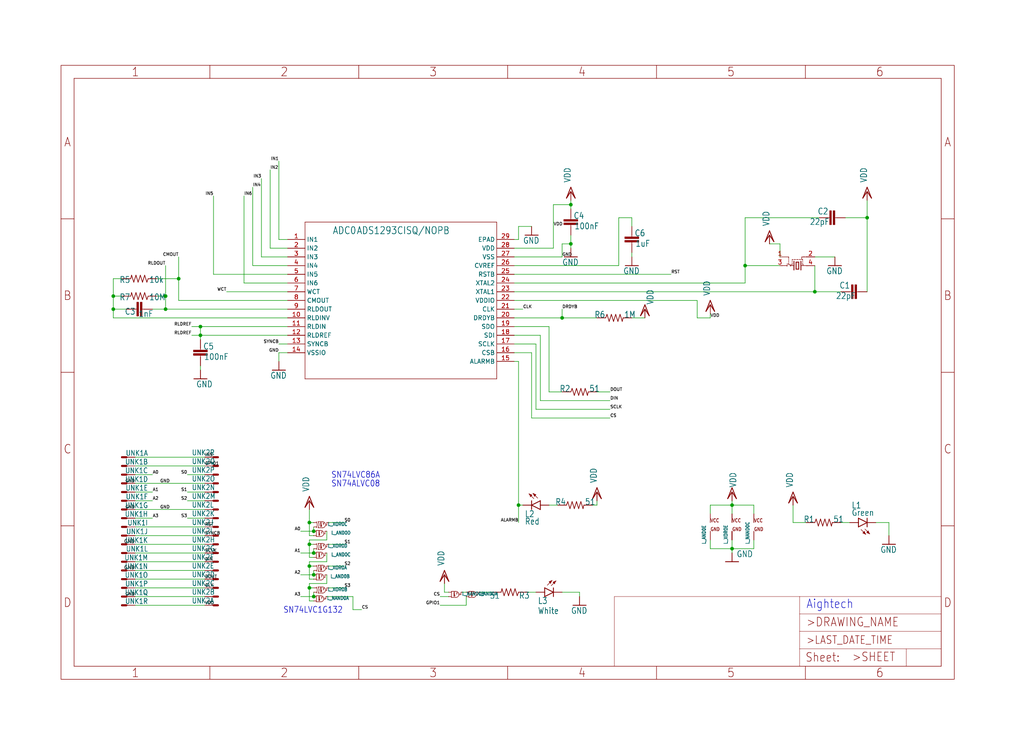
<source format=kicad_sch>
(kicad_sch (version 20211123) (generator eeschema)
  (paper "User" 298.45 217.881)
  (junction (at 33.02 86.36))
  (junction (at 91.44 161.29))
  (junction (at 90.17 152.4))
  (junction (at 33.02 90.17))
  (junction (at 58.42 97.79))
  (junction (at 91.44 154.94))
  (junction (at 48.26 90.17))
  (junction (at 163.83 92.71))
  (junction (at 90.17 158.75))
  (junction (at 48.26 86.36))
  (junction (at 90.17 171.45))
  (junction (at 58.42 95.25))
  (junction (at 90.17 165.1))
  (junction (at 213.36 160.02))
  (junction (at 52.07 81.28))
  (junction (at 213.36 147.32))
  (junction (at 252.73 63.5))
  (junction (at 151.13 147.32))
  (junction (at 91.44 173.99))
  (junction (at 237.49 85.09))
  (junction (at 217.17 77.47))
  (junction (at 166.37 59.69))
  (junction (at 91.44 167.64))
  (junction (at 166.37 71.12))
  (wire (pts (xy 58.42 97.79) (xy 55.88 97.79)))
  (wire (pts (xy 149.86 105.41) (xy 151.13 105.41)))
  (wire (pts (xy 71.12 57.15) (xy 71.12 82.55)))
  (wire (pts (xy 177.8 114.3) (xy 173.99 114.3)))
  (wire (pts (xy 151.13 69.85) (xy 151.13 66.04)))
  (wire (pts (xy 180.34 77.47) (xy 180.34 63.5)))
  (wire (pts (xy 163.83 92.71) (xy 173.99 92.71)))
  (wire (pts (xy 160.02 95.25) (xy 160.02 114.3)))
  (wire (pts (xy 91.44 160.02) (xy 91.44 161.29)))
  (wire (pts (xy 90.17 170.18) (xy 90.17 171.45)))
  (wire (pts (xy 149.86 95.25) (xy 160.02 95.25)))
  (wire (pts (xy 83.82 80.01) (xy 62.23 80.01)))
  (wire (pts (xy 59.69 161.29) (xy 39.37 161.29)))
  (wire (pts (xy 134.62 172.72) (xy 135.89 172.72)))
  (wire (pts (xy 149.86 77.47) (xy 180.34 77.47)))
  (wire (pts (xy 231.14 147.32) (xy 231.14 152.4)))
  (wire (pts (xy 135.89 176.53) (xy 128.27 176.53)))
  (wire (pts (xy 227.33 71.12) (xy 224.282 71.12)))
  (wire (pts (xy 252.73 63.5) (xy 252.73 58.42)))
  (wire (pts (xy 95.25 154.94) (xy 95.25 157.48)))
  (wire (pts (xy 149.86 102.87) (xy 154.94 102.87)))
  (wire (pts (xy 44.45 146.05) (xy 39.37 146.05)))
  (wire (pts (xy 237.49 77.47) (xy 237.49 85.09)))
  (wire (pts (xy 102.87 177.8) (xy 105.41 177.8)))
  (wire (pts (xy 129.54 172.72) (xy 130.81 172.72)))
  (wire (pts (xy 39.37 173.99) (xy 59.69 173.99)))
  (wire (pts (xy 217.17 82.55) (xy 217.17 77.47)))
  (wire (pts (xy 166.37 72.39) (xy 166.37 71.12)))
  (wire (pts (xy 135.89 173.99) (xy 135.89 176.53)))
  (wire (pts (xy 58.42 95.25) (xy 58.42 97.79)))
  (wire (pts (xy 95.25 161.29) (xy 95.25 163.83)))
  (wire (pts (xy 213.36 157.48) (xy 213.36 160.02)))
  (wire (pts (xy 219.71 147.32) (xy 219.71 149.86)))
  (wire (pts (xy 163.83 71.12) (xy 166.37 71.12)))
  (wire (pts (xy 168.91 172.72) (xy 168.91 173.99)))
  (wire (pts (xy 90.17 157.48) (xy 90.17 158.75)))
  (wire (pts (xy 83.82 90.17) (xy 48.26 90.17)))
  (wire (pts (xy 151.13 105.41) (xy 151.13 147.32)))
  (wire (pts (xy 157.48 116.84) (xy 177.8 116.84)))
  (wire (pts (xy 90.17 152.4) (xy 90.17 156.21)))
  (wire (pts (xy 59.69 168.91) (xy 39.37 168.91)))
  (wire (pts (xy 54.61 138.43) (xy 59.69 138.43)))
  (wire (pts (xy 227.33 77.47) (xy 217.17 77.47)))
  (wire (pts (xy 160.02 114.3) (xy 163.83 114.3)))
  (wire (pts (xy 95.25 163.83) (xy 90.17 163.83)))
  (wire (pts (xy 36.83 90.17) (xy 33.02 90.17)))
  (wire (pts (xy 91.44 172.72) (xy 91.44 173.99)))
  (wire (pts (xy 91.44 161.29) (xy 87.63 161.29)))
  (wire (pts (xy 83.82 85.09) (xy 66.04 85.09)))
  (wire (pts (xy 59.69 171.45) (xy 39.37 171.45)))
  (wire (pts (xy 81.28 102.87) (xy 81.28 105.41)))
  (wire (pts (xy 166.37 59.69) (xy 166.37 60.96)))
  (wire (pts (xy 44.45 90.17) (xy 48.26 90.17)))
  (wire (pts (xy 217.17 77.47) (xy 217.17 63.5)))
  (wire (pts (xy 180.34 63.5) (xy 184.15 63.5)))
  (wire (pts (xy 172.72 147.32) (xy 173.99 147.32)))
  (wire (pts (xy 35.56 81.28) (xy 33.02 81.28)))
  (wire (pts (xy 91.44 166.37) (xy 91.44 167.64)))
  (wire (pts (xy 203.2 87.63) (xy 203.2 92.71)))
  (wire (pts (xy 54.61 151.13) (xy 59.69 151.13)))
  (wire (pts (xy 149.86 69.85) (xy 151.13 69.85)))
  (wire (pts (xy 59.69 135.89) (xy 39.37 135.89)))
  (wire (pts (xy 91.44 152.4) (xy 90.17 152.4)))
  (wire (pts (xy 163.83 172.72) (xy 168.91 172.72)))
  (wire (pts (xy 83.82 69.85) (xy 81.28 69.85)))
  (wire (pts (xy 44.45 143.51) (xy 39.37 143.51)))
  (wire (pts (xy 163.83 74.93) (xy 163.83 71.12)))
  (wire (pts (xy 58.42 99.06) (xy 58.42 97.79)))
  (wire (pts (xy 71.12 82.55) (xy 83.82 82.55)))
  (wire (pts (xy 163.83 92.71) (xy 163.83 90.17)))
  (wire (pts (xy 90.17 156.21) (xy 91.44 156.21)))
  (wire (pts (xy 95.25 157.48) (xy 90.17 157.48)))
  (wire (pts (xy 153.67 172.72) (xy 156.21 172.72)))
  (wire (pts (xy 95.758 158.75) (xy 100.33 158.75)))
  (wire (pts (xy 83.82 95.25) (xy 58.42 95.25)))
  (wire (pts (xy 203.2 92.71) (xy 207.01 92.71)))
  (wire (pts (xy 39.37 148.59) (xy 59.69 148.59)))
  (wire (pts (xy 213.36 147.32) (xy 219.71 147.32)))
  (wire (pts (xy 166.37 58.42) (xy 166.37 59.69)))
  (wire (pts (xy 95.758 171.45) (xy 100.33 171.45)))
  (wire (pts (xy 246.38 63.5) (xy 252.73 63.5)))
  (wire (pts (xy 207.01 160.02) (xy 213.36 160.02)))
  (wire (pts (xy 73.66 77.47) (xy 73.66 54.61)))
  (wire (pts (xy 184.15 92.71) (xy 187.96 92.71)))
  (wire (pts (xy 184.15 74.93) (xy 184.15 73.66)))
  (wire (pts (xy 83.82 97.79) (xy 58.42 97.79)))
  (wire (pts (xy 35.56 86.36) (xy 33.02 86.36)))
  (wire (pts (xy 54.61 146.05) (xy 59.69 146.05)))
  (wire (pts (xy 207.01 149.86) (xy 207.01 147.32)))
  (wire (pts (xy 149.86 74.93) (xy 163.83 74.93)))
  (wire (pts (xy 45.72 86.36) (xy 48.26 86.36)))
  (wire (pts (xy 90.17 158.75) (xy 91.44 158.75)))
  (wire (pts (xy 54.61 143.51) (xy 59.69 143.51)))
  (wire (pts (xy 78.74 49.53) (xy 78.74 72.39)))
  (wire (pts (xy 227.33 74.93) (xy 227.33 71.12)))
  (wire (pts (xy 95.758 165.1) (xy 100.33 165.1)))
  (wire (pts (xy 39.37 133.35) (xy 59.69 133.35)))
  (wire (pts (xy 149.86 97.79) (xy 157.48 97.79)))
  (wire (pts (xy 149.86 80.01) (xy 195.58 80.01)))
  (wire (pts (xy 237.49 85.09) (xy 245.11 85.09)))
  (wire (pts (xy 83.82 100.33) (xy 81.28 100.33)))
  (wire (pts (xy 58.42 95.25) (xy 55.88 95.25)))
  (wire (pts (xy 207.01 157.48) (xy 207.01 160.02)))
  (wire (pts (xy 44.45 151.13) (xy 39.37 151.13)))
  (wire (pts (xy 83.82 87.63) (xy 52.07 87.63)))
  (wire (pts (xy 45.72 81.28) (xy 52.07 81.28)))
  (wire (pts (xy 149.86 87.63) (xy 203.2 87.63)))
  (wire (pts (xy 130.81 173.99) (xy 128.27 173.99)))
  (wire (pts (xy 154.94 121.92) (xy 177.8 121.92)))
  (wire (pts (xy 151.13 147.32) (xy 151.13 152.4)))
  (wire (pts (xy 91.44 167.64) (xy 87.63 167.64)))
  (wire (pts (xy 76.2 74.93) (xy 76.2 52.07)))
  (wire (pts (xy 243.332 74.93) (xy 237.49 74.93)))
  (wire (pts (xy 213.36 146.05) (xy 213.36 147.32)))
  (wire (pts (xy 213.36 161.29) (xy 213.36 160.02)))
  (wire (pts (xy 91.44 173.99) (xy 87.63 173.99)))
  (wire (pts (xy 217.17 63.5) (xy 238.76 63.5)))
  (wire (pts (xy 213.36 160.02) (xy 219.71 160.02)))
  (wire (pts (xy 161.29 59.69) (xy 166.37 59.69)))
  (wire (pts (xy 90.17 175.26) (xy 90.17 171.45)))
  (wire (pts (xy 160.02 147.32) (xy 162.56 147.32)))
  (wire (pts (xy 156.21 100.33) (xy 156.21 119.38)))
  (wire (pts (xy 149.86 90.17) (xy 152.4 90.17)))
  (wire (pts (xy 90.17 162.56) (xy 91.44 162.56)))
  (wire (pts (xy 95.25 173.99) (xy 102.87 173.99)))
  (wire (pts (xy 149.86 85.09) (xy 237.49 85.09)))
  (wire (pts (xy 245.11 152.4) (xy 247.65 152.4)))
  (wire (pts (xy 234.95 152.4) (xy 231.14 152.4)))
  (wire (pts (xy 39.37 153.67) (xy 59.69 153.67)))
  (wire (pts (xy 156.21 119.38) (xy 177.8 119.38)))
  (wire (pts (xy 90.17 162.56) (xy 90.17 158.75)))
  (wire (pts (xy 90.17 152.4) (xy 90.17 148.59)))
  (wire (pts (xy 39.37 140.97) (xy 59.69 140.97)))
  (wire (pts (xy 166.37 71.12) (xy 166.37 68.58)))
  (wire (pts (xy 81.28 69.85) (xy 81.28 46.99)))
  (wire (pts (xy 83.82 77.47) (xy 73.66 77.47)))
  (wire (pts (xy 95.25 170.18) (xy 90.17 170.18)))
  (wire (pts (xy 62.23 80.01) (xy 62.23 57.15)))
  (wire (pts (xy 90.17 163.83) (xy 90.17 165.1)))
  (wire (pts (xy 83.82 74.93) (xy 76.2 74.93)))
  (wire (pts (xy 44.45 138.43) (xy 39.37 138.43)))
  (wire (pts (xy 149.86 72.39) (xy 161.29 72.39)))
  (wire (pts (xy 48.26 86.36) (xy 48.26 77.47)))
  (wire (pts (xy 129.54 170.18) (xy 129.54 172.72)))
  (wire (pts (xy 39.37 158.75) (xy 59.69 158.75)))
  (wire (pts (xy 59.69 176.53) (xy 39.37 176.53)))
  (wire (pts (xy 90.17 171.45) (xy 91.44 171.45)))
  (wire (pts (xy 154.94 102.87) (xy 154.94 121.92)))
  (wire (pts (xy 102.87 173.99) (xy 102.87 177.8)))
  (wire (pts (xy 59.69 163.83) (xy 39.37 163.83)))
  (wire (pts (xy 139.7 172.72) (xy 143.51 172.72)))
  (wire (pts (xy 90.17 168.91) (xy 90.17 165.1)))
  (wire (pts (xy 95.25 167.64) (xy 95.25 170.18)))
  (wire (pts (xy 157.48 97.79) (xy 157.48 116.84)))
  (wire (pts (xy 91.44 153.67) (xy 91.44 154.94)))
  (wire (pts (xy 184.15 63.5) (xy 184.15 66.04)))
  (wire (pts (xy 90.17 168.91) (xy 91.44 168.91)))
  (wire (pts (xy 33.02 90.17) (xy 33.02 92.71)))
  (wire (pts (xy 207.01 92.71) (xy 207.01 91.44)))
  (wire (pts (xy 161.29 72.39) (xy 161.29 59.69)))
  (wire (pts (xy 149.86 82.55) (xy 217.17 82.55)))
  (wire (pts (xy 219.71 160.02) (xy 219.71 157.48)))
  (wire (pts (xy 83.82 92.71) (xy 33.02 92.71)))
  (wire (pts (xy 207.01 147.32) (xy 213.36 147.32)))
  (wire (pts (xy 48.26 90.17) (xy 48.26 86.36)))
  (wire (pts (xy 33.02 86.36) (xy 33.02 90.17)))
  (wire (pts (xy 255.27 152.4) (xy 259.08 152.4)))
  (wire (pts (xy 149.86 92.71) (xy 163.83 92.71)))
  (wire (pts (xy 39.37 166.37) (xy 59.69 166.37)))
  (wire (pts (xy 39.37 156.21) (xy 59.69 156.21)))
  (wire (pts (xy 252.73 63.5) (xy 252.73 85.09)))
  (wire (pts (xy 91.44 175.26) (xy 90.17 175.26)))
  (wire (pts (xy 259.08 152.4) (xy 259.08 156.21)))
  (wire (pts (xy 152.4 147.32) (xy 151.13 147.32)))
  (wire (pts (xy 95.758 152.4) (xy 100.33 152.4)))
  (wire (pts (xy 33.02 81.28) (xy 33.02 86.36)))
  (wire (pts (xy 78.74 72.39) (xy 83.82 72.39)))
  (wire (pts (xy 58.42 107.95) (xy 58.42 106.68)))
  (wire (pts (xy 151.13 66.04) (xy 154.94 66.04)))
  (wire (pts (xy 149.86 100.33) (xy 156.21 100.33)))
  (wire (pts (xy 213.36 149.86) (xy 213.36 147.32)))
  (wire (pts (xy 52.07 81.28) (xy 52.07 74.93)))
  (wire (pts (xy 91.44 154.94) (xy 87.63 154.94)))
  (wire (pts (xy 52.07 87.63) (xy 52.07 81.28)))
  (wire (pts (xy 83.82 102.87) (xy 81.28 102.87)))
  (wire (pts (xy 173.99 147.32) (xy 173.99 146.05)))
  (wire (pts (xy 90.17 165.1) (xy 91.44 165.1)))
  (text "SN74ALVC08" (at 96.52 142.24 180) (effects (font (size 1.778 1.5113)) (justify left bottom)))
  (text "Aightech" (at 234.95 177.8 180) (effects (font (size 2.54 2.159)) (justify left bottom)))
  (text "SN74LVC86A" (at 96.52 139.7 180) (effects (font (size 1.778 1.5113)) (justify left bottom)))
  (text "SN74LVC1G132" (at 82.55 179.07 180) (effects (font (size 1.778 1.5113)) (justify left bottom)))
  (label "A1" (at 44.45 143.51 0) (effects (font (size 0.889 0.889))))
  (label "GND" (at 163.83 74.93 0) (effects (font (size 0.889 0.889))))
  (label "GND" (at 39.37 166.37 180) (effects (font (size 1.016 1.016))))
  (label "CMOUT" (at 52.07 74.93 180) (effects (font (size 0.889 0.889))))
  (label "WCT" (at 66.04 85.09 180) (effects (font (size 0.889 0.889))))
  (label "IN4" (at 73.66 54.61 0) (effects (font (size 0.889 0.889))))
  (label "GND" (at 81.28 102.87 180) (effects (font (size 0.889 0.889))))
  (label "IN1" (at 81.28 46.99 180) (effects (font (size 0.889 0.889))))
  (label "CS" (at 128.27 173.99 180) (effects (font (size 0.889 0.889))))
  (label "DIN" (at 177.8 116.84 0) (effects (font (size 0.889 0.889))))
  (label "RLDOUT" (at 48.26 77.47 180) (effects (font (size 0.889 0.889))))
  (label "A2" (at 87.63 167.64 180) (effects (font (size 0.889 0.889))))
  (label "VDD" (at 161.29 66.04 0) (effects (font (size 0.889 0.889))))
  (label "A1" (at 87.63 161.29 180) (effects (font (size 0.889 0.889))))
  (label "CS" (at 177.8 121.92 0) (effects (font (size 0.889 0.889))))
  (label "S2" (at 54.61 146.05 180) (effects (font (size 0.889 0.889))))
  (label "S3" (at 54.61 151.13 180) (effects (font (size 0.889 0.889))))
  (label "RST" (at 59.69 153.67 0) (effects (font (size 0.889 0.889))))
  (label "RLDREF" (at 55.88 97.79 180) (effects (font (size 0.889 0.889))))
  (label "GND" (at 39.37 173.99 180) (effects (font (size 0.889 0.889))))
  (label "A3" (at 87.63 173.99 180) (effects (font (size 0.889 0.889))))
  (label "GND" (at 39.37 158.75 180) (effects (font (size 1.016 1.016))))
  (label "SYNCB" (at 81.28 100.33 180) (effects (font (size 0.889 0.889))))
  (label "IN5" (at 62.23 57.15 180) (effects (font (size 0.889 0.889))))
  (label "CS" (at 105.41 177.8 0) (effects (font (size 0.889 0.889))))
  (label "A2" (at 44.45 146.05 0) (effects (font (size 0.889 0.889))))
  (label "S2" (at 100.33 165.1 0) (effects (font (size 0.889 0.889))))
  (label "DOUT" (at 59.69 168.91 0) (effects (font (size 0.889 0.889))))
  (label "A3" (at 44.45 151.13 0) (effects (font (size 0.889 0.889))))
  (label "S3" (at 100.33 171.45 0) (effects (font (size 0.889 0.889))))
  (label "S0" (at 54.61 138.43 180) (effects (font (size 0.889 0.889))))
  (label "DRDYB" (at 163.83 90.17 0) (effects (font (size 0.889 0.889))))
  (label "DOUT" (at 177.8 114.3 0) (effects (font (size 0.889 0.889))))
  (label "VDD" (at 207.01 92.71 0) (effects (font (size 0.889 0.889))))
  (label "RLDREF" (at 55.88 95.25 180) (effects (font (size 0.889 0.889))))
  (label "IN3" (at 76.2 52.07 180) (effects (font (size 0.889 0.889))))
  (label "GND" (at 49.53 148.59 180) (effects (font (size 0.889 0.889))))
  (label "A0" (at 87.63 154.94 180) (effects (font (size 0.889 0.889))))
  (label "S1" (at 100.33 158.75 0) (effects (font (size 0.889 0.889))))
  (label "GND" (at 39.37 140.97 180) (effects (font (size 0.889 0.889))))
  (label "IN5" (at 59.69 133.35 0) (effects (font (size 0.889 0.889))))
  (label "CLK" (at 59.69 171.45 0) (effects (font (size 0.889 0.889))))
  (label "IN6" (at 71.12 57.15 0) (effects (font (size 0.889 0.889))))
  (label "S0" (at 100.33 152.4 0) (effects (font (size 0.889 0.889))))
  (label "SYNCB" (at 59.69 156.21 0) (effects (font (size 0.889 0.889))))
  (label "GPIO1" (at 128.27 176.53 180) (effects (font (size 0.889 0.889))))
  (label "SCLK" (at 177.8 119.38 0) (effects (font (size 0.889 0.889))))
  (label "GND" (at 39.37 148.59 180) (effects (font (size 0.889 0.889))))
  (label "GND" (at 49.53 140.97 180) (effects (font (size 0.889 0.889))))
  (label "DIN" (at 59.69 163.83 0) (effects (font (size 0.889 0.889))))
  (label "SCLK" (at 59.69 161.29 0) (effects (font (size 0.889 0.889))))
  (label "IN2" (at 78.74 49.53 0) (effects (font (size 0.889 0.889))))
  (label "CLK" (at 152.4 90.17 0) (effects (font (size 0.889 0.889))))
  (label "RST" (at 195.58 80.01 0) (effects (font (size 0.889 0.889))))
  (label "GPIO1" (at 59.69 135.89 0) (effects (font (size 0.889 0.889))))
  (label "ALARMB" (at 151.13 152.4 180) (effects (font (size 0.889 0.889))))
  (label "VDD" (at 59.69 176.53 0) (effects (font (size 0.889 0.889))))
  (label "S1" (at 54.61 143.51 180) (effects (font (size 0.889 0.889))))
  (label "A0" (at 44.45 138.43 0) (effects (font (size 0.889 0.889))))
  (symbol (lib_id "clvHd_EMG-eagle-import:A4L-LOC") (at 17.78 198.12 0) (unit 1)
    (property "Reference" "#FRAME1" (effects hide))
    (property "Value" "A4L-LOC" (effects hide))
    (property "Footprint" "clvHd_EMG:" (effects hide))
  )
  (symbol (lib_id "clvHd_EMG-eagle-import:LEDCHIP-LED0603") (at 250.19 152.4 90) (unit 1)
    (property "Reference" "L1" (at 248.158 148.336 90) (effects (font (size 1.778 1.5113)) (justify right top)))
    (property "Value" "Green" (at 248.158 150.495 90) (effects (font (size 1.778 1.5113)) (justify right top)))
    (property "Footprint" "clvHd_EMG:CHIP-LED0603" (effects hide))
  )
  (symbol (lib_id "clvHd_EMG-eagle-import:GND") (at 58.42 110.49 0) (unit 1)
    (property "Reference" "#GND10" (effects hide))
    (property "Value" "GND" (at 57.15 113.03 0) (effects (font (size 1.778 1.5113)) (justify left bottom)))
    (property "Footprint" "clvHd_EMG:" (effects hide))
  )
  (symbol (lib_id "clvHd_EMG-eagle-import:X05C2018TZ") (at 62.23 156.21 0) (unit 9)
    (property "Reference" "UNK2" (at 55.88 155.702 0) (effects (font (size 1.524 1.2954)) (justify left bottom)))
    (property "Value" "X05C2018TZ" (effects hide))
    (property "Footprint" "clvHd_EMG:X05C2018TZ" (effects hide))
  )
  (symbol (lib_id "clvHd_EMG-eagle-import:C387328") (at 232.41 77.47 180) (unit 1)
    (property "Reference" "TAL0" (effects hide))
    (property "Value" "C387328 " (effects hide))
    (property "Footprint" "clvHd_EMG:SMD-3225_4P" (effects hide))
  )
  (symbol (lib_id "clvHd_EMG-eagle-import:SN74LVC86ARGY-LARGE") (at 213.36 154.94 0) (unit 5)
    (property "Reference" "L_XOR0" (at 212.09 158.75 90) (effects (font (size 1.016 0.8636)) (justify left bottom)))
    (property "Value" "SN74LVC86" (effects hide))
    (property "Footprint" "clvHd_EMG:VQFN-14-CUSTOM" (effects hide))
  )
  (symbol (lib_id "clvHd_EMG-eagle-import:X05C2018TZ") (at 36.83 133.35 180) (unit 1)
    (property "Reference" "UNK1" (at 43.18 131.318 0) (effects (font (size 1.524 1.2954)) (justify left bottom)))
    (property "Value" "X05C2018TZ" (effects hide))
    (property "Footprint" "clvHd_EMG:X05C2018TZ" (effects hide))
  )
  (symbol (lib_id "clvHd_EMG-eagle-import:SN74LVC86ARGY-LARGE") (at 92.71 166.37 0) (unit 1)
    (property "Reference" "L_XOR0" (at 95.504 166.116 0) (effects (font (size 1.016 0.8636)) (justify left bottom)))
    (property "Value" "SN74LVC86" (effects hide))
    (property "Footprint" "clvHd_EMG:VQFN-14-CUSTOM" (effects hide))
  )
  (symbol (lib_id "clvHd_EMG-eagle-import:R-US_R0402") (at 179.07 92.71 0) (unit 1)
    (property "Reference" "R6" (at 173.228 92.7354 0) (effects (font (size 1.778 1.5113)) (justify left bottom)))
    (property "Value" "1M" (at 181.864 92.71 0) (effects (font (size 1.778 1.5113)) (justify left bottom)))
    (property "Footprint" "clvHd_EMG:R0402" (effects hide))
  )
  (symbol (lib_id "clvHd_EMG-eagle-import:C-EUC0402") (at 58.42 101.6 0) (unit 1)
    (property "Reference" "C5" (at 59.182 101.981 0) (effects (font (size 1.778 1.5113)) (justify left bottom)))
    (property "Value" "100nF" (at 59.436 105.029 0) (effects (font (size 1.778 1.5113)) (justify left bottom)))
    (property "Footprint" "clvHd_EMG:C0402" (effects hide))
  )
  (symbol (lib_id "clvHd_EMG-eagle-import:C-EUC0402") (at 184.15 68.58 0) (unit 1)
    (property "Reference" "C6" (at 184.912 68.961 0) (effects (font (size 1.778 1.5113)) (justify left bottom)))
    (property "Value" "1uF" (at 185.166 72.009 0) (effects (font (size 1.778 1.5113)) (justify left bottom)))
    (property "Footprint" "clvHd_EMG:C0402" (effects hide))
  )
  (symbol (lib_id "clvHd_EMG-eagle-import:X05C2018TZ") (at 62.23 176.53 0) (unit 1)
    (property "Reference" "UNK2" (at 55.88 176.022 0) (effects (font (size 1.524 1.2954)) (justify left bottom)))
    (property "Value" "X05C2018TZ" (effects hide))
    (property "Footprint" "clvHd_EMG:X05C2018TZ" (effects hide))
  )
  (symbol (lib_id "clvHd_EMG-eagle-import:ADS1293CISQ{slash}NOPB") (at 81.28 69.85 0) (unit 1)
    (property "Reference" "ADC0" (at 96.8756 68.3514 0) (effects (font (size 2.0828 1.7703)) (justify left bottom)))
    (property "Value" "ADS1293CISQ{slash}NOPB" (at 103.8606 68.3514 0) (effects (font (size 2.0828 1.7703)) (justify left bottom)))
    (property "Footprint" "clvHd_EMG:RSG28_3P6X3P6_TEX" (effects hide))
  )
  (symbol (lib_id "clvHd_EMG-eagle-import:X05C2018TZ") (at 62.23 161.29 0) (unit 7)
    (property "Reference" "UNK2" (at 55.88 160.782 0) (effects (font (size 1.524 1.2954)) (justify left bottom)))
    (property "Value" "X05C2018TZ" (effects hide))
    (property "Footprint" "clvHd_EMG:X05C2018TZ" (effects hide))
  )
  (symbol (lib_id "clvHd_EMG-eagle-import:X05C2018TZ") (at 36.83 151.13 180) (unit 8)
    (property "Reference" "UNK1" (at 43.18 149.098 0) (effects (font (size 1.524 1.2954)) (justify left bottom)))
    (property "Value" "X05C2018TZ" (effects hide))
    (property "Footprint" "clvHd_EMG:X05C2018TZ" (effects hide))
  )
  (symbol (lib_id "clvHd_EMG-eagle-import:X05C2018TZ") (at 62.23 140.97 0) (unit 15)
    (property "Reference" "UNK2" (at 55.88 140.462 0) (effects (font (size 1.524 1.2954)) (justify left bottom)))
    (property "Value" "X05C2018TZ" (effects hide))
    (property "Footprint" "clvHd_EMG:X05C2018TZ" (effects hide))
  )
  (symbol (lib_id "clvHd_EMG-eagle-import:X05C2018TZ") (at 36.83 176.53 180) (unit 18)
    (property "Reference" "UNK1" (at 43.18 174.498 0) (effects (font (size 1.524 1.2954)) (justify left bottom)))
    (property "Value" "X05C2018TZ" (effects hide))
    (property "Footprint" "clvHd_EMG:X05C2018TZ" (effects hide))
  )
  (symbol (lib_id "clvHd_EMG-eagle-import:X05C2018TZ") (at 62.23 171.45 0) (unit 3)
    (property "Reference" "UNK2" (at 55.88 170.942 0) (effects (font (size 1.524 1.2954)) (justify left bottom)))
    (property "Value" "X05C2018TZ" (effects hide))
    (property "Footprint" "clvHd_EMG:X05C2018TZ" (effects hide))
  )
  (symbol (lib_id "clvHd_EMG-eagle-import:SN74LVC86ARGY-LARGE") (at 92.71 160.02 0) (unit 4)
    (property "Reference" "L_XOR0" (at 95.504 159.766 0) (effects (font (size 1.016 0.8636)) (justify left bottom)))
    (property "Value" "SN74LVC86" (effects hide))
    (property "Footprint" "clvHd_EMG:VQFN-14-CUSTOM" (effects hide))
  )
  (symbol (lib_id "clvHd_EMG-eagle-import:VDD") (at 129.54 167.64 0) (unit 1)
    (property "Reference" "#VDD10" (effects hide))
    (property "Value" "VDD" (at 129.54 165.1 90) (effects (font (size 1.778 1.5113)) (justify left bottom)))
    (property "Footprint" "clvHd_EMG:" (effects hide))
  )
  (symbol (lib_id "clvHd_EMG-eagle-import:X05C2018TZ") (at 62.23 166.37 0) (unit 5)
    (property "Reference" "UNK2" (at 55.88 165.862 0) (effects (font (size 1.524 1.2954)) (justify left bottom)))
    (property "Value" "X05C2018TZ" (effects hide))
    (property "Footprint" "clvHd_EMG:X05C2018TZ" (effects hide))
  )
  (symbol (lib_id "clvHd_EMG-eagle-import:X05C2018TZ") (at 36.83 171.45 180) (unit 16)
    (property "Reference" "UNK1" (at 43.18 169.418 0) (effects (font (size 1.524 1.2954)) (justify left bottom)))
    (property "Value" "X05C2018TZ" (effects hide))
    (property "Footprint" "clvHd_EMG:X05C2018TZ" (effects hide))
  )
  (symbol (lib_id "clvHd_EMG-eagle-import:VDD") (at 252.73 55.88 0) (unit 1)
    (property "Reference" "#VDD2" (effects hide))
    (property "Value" "VDD" (at 252.73 53.34 90) (effects (font (size 1.778 1.5113)) (justify left bottom)))
    (property "Footprint" "clvHd_EMG:" (effects hide))
  )
  (symbol (lib_id "clvHd_EMG-eagle-import:SN74ALVC08RGY-LARGE") (at 207.01 154.94 0) (unit 5)
    (property "Reference" "L_AND0" (at 205.74 158.75 90) (effects (font (size 1.016 0.8636)) (justify left bottom)))
    (property "Value" "SN74ALVC08" (effects hide))
    (property "Footprint" "clvHd_EMG:VQFN-14-CUSTOM" (effects hide))
  )
  (symbol (lib_id "clvHd_EMG-eagle-import:R-US_R0402") (at 167.64 147.32 0) (unit 1)
    (property "Reference" "R4" (at 161.798 147.3454 0) (effects (font (size 1.778 1.5113)) (justify left bottom)))
    (property "Value" "51" (at 170.434 147.32 0) (effects (font (size 1.778 1.5113)) (justify left bottom)))
    (property "Footprint" "clvHd_EMG:R0402" (effects hide))
  )
  (symbol (lib_id "clvHd_EMG-eagle-import:VDD") (at 224.282 68.58 0) (unit 1)
    (property "Reference" "#VDD1" (effects hide))
    (property "Value" "VDD" (at 224.282 66.04 90) (effects (font (size 1.778 1.5113)) (justify left bottom)))
    (property "Footprint" "clvHd_EMG:" (effects hide))
  )
  (symbol (lib_id "clvHd_EMG-eagle-import:GND") (at 81.28 107.95 0) (unit 1)
    (property "Reference" "#GND1" (effects hide))
    (property "Value" "GND" (at 78.74 110.49 0) (effects (font (size 1.778 1.5113)) (justify left bottom)))
    (property "Footprint" "clvHd_EMG:" (effects hide))
  )
  (symbol (lib_id "clvHd_EMG-eagle-import:R-US_R0402") (at 148.59 172.72 180) (unit 1)
    (property "Reference" "R3" (at 154.432 172.6946 0) (effects (font (size 1.778 1.5113)) (justify left bottom)))
    (property "Value" "51" (at 145.796 172.72 0) (effects (font (size 1.778 1.5113)) (justify left bottom)))
    (property "Footprint" "clvHd_EMG:R0402" (effects hide))
  )
  (symbol (lib_id "clvHd_EMG-eagle-import:X05C2018TZ") (at 36.83 143.51 180) (unit 5)
    (property "Reference" "UNK1" (at 43.18 141.478 0) (effects (font (size 1.524 1.2954)) (justify left bottom)))
    (property "Value" "X05C2018TZ" (effects hide))
    (property "Footprint" "clvHd_EMG:X05C2018TZ" (effects hide))
  )
  (symbol (lib_id "clvHd_EMG-eagle-import:VDD") (at 90.17 146.05 0) (unit 1)
    (property "Reference" "#VDD8" (effects hide))
    (property "Value" "VDD" (at 90.17 143.51 90) (effects (font (size 1.778 1.5113)) (justify left bottom)))
    (property "Footprint" "clvHd_EMG:" (effects hide))
  )
  (symbol (lib_id "clvHd_EMG-eagle-import:SN74LVC86ARGY-LARGE") (at 92.71 172.72 0) (unit 2)
    (property "Reference" "L_XOR0" (at 95.504 172.466 0) (effects (font (size 1.016 0.8636)) (justify left bottom)))
    (property "Value" "SN74LVC86" (effects hide))
    (property "Footprint" "clvHd_EMG:VQFN-14-CUSTOM" (effects hide))
  )
  (symbol (lib_id "clvHd_EMG-eagle-import:GND") (at 213.36 163.83 0) (unit 1)
    (property "Reference" "#GND2" (effects hide))
    (property "Value" "GND" (at 214.63 162.56 0) (effects (font (size 1.778 1.5113)) (justify left bottom)))
    (property "Footprint" "clvHd_EMG:" (effects hide))
  )
  (symbol (lib_id "clvHd_EMG-eagle-import:X05C2018TZ") (at 36.83 161.29 180) (unit 12)
    (property "Reference" "UNK1" (at 43.18 159.258 0) (effects (font (size 1.524 1.2954)) (justify left bottom)))
    (property "Value" "X05C2018TZ" (effects hide))
    (property "Footprint" "clvHd_EMG:X05C2018TZ" (effects hide))
  )
  (symbol (lib_id "clvHd_EMG-eagle-import:X05C2018TZ") (at 62.23 135.89 0) (unit 17)
    (property "Reference" "UNK2" (at 55.88 135.382 0) (effects (font (size 1.524 1.2954)) (justify left bottom)))
    (property "Value" "X05C2018TZ" (effects hide))
    (property "Footprint" "clvHd_EMG:X05C2018TZ" (effects hide))
  )
  (symbol (lib_id "clvHd_EMG-eagle-import:X05C2018TZ") (at 62.23 153.67 0) (unit 10)
    (property "Reference" "UNK2" (at 55.88 153.162 0) (effects (font (size 1.524 1.2954)) (justify left bottom)))
    (property "Value" "X05C2018TZ" (effects hide))
    (property "Footprint" "clvHd_EMG:X05C2018TZ" (effects hide))
  )
  (symbol (lib_id "clvHd_EMG-eagle-import:SN74LVC86ARGY-LARGE") (at 92.71 153.67 0) (unit 3)
    (property "Reference" "L_XOR0" (at 95.504 153.416 0) (effects (font (size 1.016 0.8636)) (justify left bottom)))
    (property "Value" "SN74LVC86" (effects hide))
    (property "Footprint" "clvHd_EMG:VQFN-14-CUSTOM" (effects hide))
  )
  (symbol (lib_id "clvHd_EMG-eagle-import:X05C2018TZ") (at 36.83 146.05 180) (unit 6)
    (property "Reference" "UNK1" (at 43.18 144.018 0) (effects (font (size 1.524 1.2954)) (justify left bottom)))
    (property "Value" "X05C2018TZ" (effects hide))
    (property "Footprint" "clvHd_EMG:X05C2018TZ" (effects hide))
  )
  (symbol (lib_id "clvHd_EMG-eagle-import:SN74AUP2G00DCU") (at 91.44 175.26 0) (unit 1)
    (property "Reference" "L_NAND0" (at 95.25 175.006 0) (effects (font (size 1.016 0.8636)) (justify left bottom)))
    (property "Value" "SN74AUP2G00" (effects hide))
    (property "Footprint" "clvHd_EMG:VSSOP" (effects hide))
  )
  (symbol (lib_id "clvHd_EMG-eagle-import:GND") (at 243.332 77.47 0) (unit 1)
    (property "Reference" "#GND4" (effects hide))
    (property "Value" "GND" (at 240.792 80.01 0) (effects (font (size 1.778 1.5113)) (justify left bottom)))
    (property "Footprint" "clvHd_EMG:" (effects hide))
  )
  (symbol (lib_id "clvHd_EMG-eagle-import:GND") (at 259.08 158.75 0) (unit 1)
    (property "Reference" "#GND7" (effects hide))
    (property "Value" "GND" (at 256.54 161.29 0) (effects (font (size 1.778 1.5113)) (justify left bottom)))
    (property "Footprint" "clvHd_EMG:" (effects hide))
  )
  (symbol (lib_id "clvHd_EMG-eagle-import:X05C2018TZ") (at 36.83 156.21 180) (unit 10)
    (property "Reference" "UNK1" (at 43.18 154.178 0) (effects (font (size 1.524 1.2954)) (justify left bottom)))
    (property "Value" "X05C2018TZ" (effects hide))
    (property "Footprint" "clvHd_EMG:X05C2018TZ" (effects hide))
  )
  (symbol (lib_id "clvHd_EMG-eagle-import:SN74ALVC08RGY-LARGE") (at 92.71 162.56 0) (unit 3)
    (property "Reference" "L_AND0" (at 96.52 162.306 0) (effects (font (size 1.016 0.8636)) (justify left bottom)))
    (property "Value" "SN74ALVC08" (effects hide))
    (property "Footprint" "clvHd_EMG:VQFN-14-CUSTOM" (effects hide))
  )
  (symbol (lib_id "clvHd_EMG-eagle-import:X05C2018TZ") (at 62.23 148.59 0) (unit 12)
    (property "Reference" "UNK2" (at 55.88 148.082 0) (effects (font (size 1.524 1.2954)) (justify left bottom)))
    (property "Value" "X05C2018TZ" (effects hide))
    (property "Footprint" "clvHd_EMG:X05C2018TZ" (effects hide))
  )
  (symbol (lib_id "clvHd_EMG-eagle-import:VDD") (at 187.96 90.17 0) (unit 1)
    (property "Reference" "#VDD6" (effects hide))
    (property "Value" "VDD" (at 190.5 88.9 90) (effects (font (size 1.778 1.5113)) (justify left bottom)))
    (property "Footprint" "clvHd_EMG:" (effects hide))
  )
  (symbol (lib_id "clvHd_EMG-eagle-import:X05C2018TZ") (at 36.83 148.59 180) (unit 7)
    (property "Reference" "UNK1" (at 43.18 146.558 0) (effects (font (size 1.524 1.2954)) (justify left bottom)))
    (property "Value" "X05C2018TZ" (effects hide))
    (property "Footprint" "clvHd_EMG:X05C2018TZ" (effects hide))
  )
  (symbol (lib_id "clvHd_EMG-eagle-import:X05C2018TZ") (at 36.83 163.83 180) (unit 13)
    (property "Reference" "UNK1" (at 43.18 161.798 0) (effects (font (size 1.524 1.2954)) (justify left bottom)))
    (property "Value" "X05C2018TZ" (effects hide))
    (property "Footprint" "clvHd_EMG:X05C2018TZ" (effects hide))
  )
  (symbol (lib_id "clvHd_EMG-eagle-import:LEDCHIP-LED0603") (at 157.48 147.32 270) (unit 1)
    (property "Reference" "L2" (at 152.908 150.876 90) (effects (font (size 1.778 1.5113)) (justify left bottom)))
    (property "Value" "Red" (at 152.908 153.035 90) (effects (font (size 1.778 1.5113)) (justify left bottom)))
    (property "Footprint" "clvHd_EMG:CHIP-LED0603" (effects hide))
  )
  (symbol (lib_id "clvHd_EMG-eagle-import:X05C2018TZ") (at 62.23 151.13 0) (unit 11)
    (property "Reference" "UNK2" (at 55.88 150.622 0) (effects (font (size 1.524 1.2954)) (justify left bottom)))
    (property "Value" "X05C2018TZ" (effects hide))
    (property "Footprint" "clvHd_EMG:X05C2018TZ" (effects hide))
  )
  (symbol (lib_id "clvHd_EMG-eagle-import:VDD") (at 207.01 88.9 0) (unit 1)
    (property "Reference" "#VDD7" (effects hide))
    (property "Value" "VDD" (at 207.01 86.36 90) (effects (font (size 1.778 1.5113)) (justify left bottom)))
    (property "Footprint" "clvHd_EMG:" (effects hide))
  )
  (symbol (lib_id "clvHd_EMG-eagle-import:X05C2018TZ") (at 62.23 163.83 0) (unit 6)
    (property "Reference" "UNK2" (at 55.88 163.322 0) (effects (font (size 1.524 1.2954)) (justify left bottom)))
    (property "Value" "X05C2018TZ" (effects hide))
    (property "Footprint" "clvHd_EMG:X05C2018TZ" (effects hide))
  )
  (symbol (lib_id "clvHd_EMG-eagle-import:SN74ALVC08RGY-LARGE") (at 137.16 173.99 0) (unit 1)
    (property "Reference" "L_AND0" (at 139.446 173.736 0) (effects (font (size 1.016 0.8636)) (justify left bottom)))
    (property "Value" "SN74ALVC08" (effects hide))
    (property "Footprint" "clvHd_EMG:VQFN-14-CUSTOM" (effects hide))
  )
  (symbol (lib_id "clvHd_EMG-eagle-import:SN74ALVC08RGY-LARGE") (at 92.71 168.91 0) (unit 2)
    (property "Reference" "L_AND0" (at 96.266 168.656 0) (effects (font (size 1.016 0.8636)) (justify left bottom)))
    (property "Value" "SN74ALVC08" (effects hide))
    (property "Footprint" "clvHd_EMG:VQFN-14-CUSTOM" (effects hide))
  )
  (symbol (lib_id "clvHd_EMG-eagle-import:R-US_R0402") (at 40.64 86.36 180) (unit 1)
    (property "Reference" "R7" (at 34.798 87.6554 0) (effects (font (size 1.778 1.5113)) (justify right top)))
    (property "Value" "10M" (at 43.434 87.63 0) (effects (font (size 1.778 1.5113)) (justify right top)))
    (property "Footprint" "clvHd_EMG:R0402" (effects hide))
  )
  (symbol (lib_id "clvHd_EMG-eagle-import:GND") (at 168.91 176.53 0) (unit 1)
    (property "Reference" "#GND3" (effects hide))
    (property "Value" "GND" (at 166.37 179.07 0) (effects (font (size 1.778 1.5113)) (justify left bottom)))
    (property "Footprint" "clvHd_EMG:" (effects hide))
  )
  (symbol (lib_id "clvHd_EMG-eagle-import:X05C2018TZ") (at 36.83 138.43 180) (unit 3)
    (property "Reference" "UNK1" (at 43.18 136.398 0) (effects (font (size 1.524 1.2954)) (justify left bottom)))
    (property "Value" "X05C2018TZ" (effects hide))
    (property "Footprint" "clvHd_EMG:X05C2018TZ" (effects hide))
  )
  (symbol (lib_id "clvHd_EMG-eagle-import:X05C2018TZ") (at 36.83 168.91 180) (unit 15)
    (property "Reference" "UNK1" (at 43.18 166.878 0) (effects (font (size 1.524 1.2954)) (justify left bottom)))
    (property "Value" "X05C2018TZ" (effects hide))
    (property "Footprint" "clvHd_EMG:X05C2018TZ" (effects hide))
  )
  (symbol (lib_id "clvHd_EMG-eagle-import:C-EUC0402") (at 250.19 85.09 270) (unit 1)
    (property "Reference" "C1" (at 244.602 84.201 90) (effects (font (size 1.778 1.5113)) (justify left bottom)))
    (property "Value" "22pF" (at 243.586 87.249 90) (effects (font (size 1.778 1.5113)) (justify left bottom)))
    (property "Footprint" "clvHd_EMG:C0402" (effects hide))
  )
  (symbol (lib_id "clvHd_EMG-eagle-import:SN74ALVC08RGY-LARGE") (at 92.71 156.21 0) (unit 4)
    (property "Reference" "L_AND0" (at 96.52 155.956 0) (effects (font (size 1.016 0.8636)) (justify left bottom)))
    (property "Value" "SN74ALVC08" (effects hide))
    (property "Footprint" "clvHd_EMG:VQFN-14-CUSTOM" (effects hide))
  )
  (symbol (lib_id "clvHd_EMG-eagle-import:GND") (at 154.94 68.58 0) (unit 1)
    (property "Reference" "#GND5" (effects hide))
    (property "Value" "GND" (at 152.4 71.12 0) (effects (font (size 1.778 1.5113)) (justify left bottom)))
    (property "Footprint" "clvHd_EMG:" (effects hide))
  )
  (symbol (lib_id "clvHd_EMG-eagle-import:X05C2018TZ") (at 62.23 143.51 0) (unit 14)
    (property "Reference" "UNK2" (at 55.88 143.002 0) (effects (font (size 1.524 1.2954)) (justify left bottom)))
    (property "Value" "X05C2018TZ" (effects hide))
    (property "Footprint" "clvHd_EMG:X05C2018TZ" (effects hide))
  )
  (symbol (lib_id "clvHd_EMG-eagle-import:X05C2018TZ") (at 62.23 158.75 0) (unit 8)
    (property "Reference" "UNK2" (at 55.88 158.242 0) (effects (font (size 1.524 1.2954)) (justify left bottom)))
    (property "Value" "X05C2018TZ" (effects hide))
    (property "Footprint" "clvHd_EMG:X05C2018TZ" (effects hide))
  )
  (symbol (lib_id "clvHd_EMG-eagle-import:C-EUC0402") (at 243.84 63.5 270) (unit 1)
    (property "Reference" "C2" (at 238.252 62.611 90) (effects (font (size 1.778 1.5113)) (justify left bottom)))
    (property "Value" "22pF" (at 235.966 65.659 90) (effects (font (size 1.778 1.5113)) (justify left bottom)))
    (property "Footprint" "clvHd_EMG:C0402" (effects hide))
  )
  (symbol (lib_id "clvHd_EMG-eagle-import:LEDCHIP-LED0603") (at 158.75 172.72 90) (mirror x) (unit 1)
    (property "Reference" "L3" (at 156.718 174.244 90) (effects (font (size 1.778 1.5113)) (justify right top)))
    (property "Value" "White" (at 156.718 177.165 90) (effects (font (size 1.778 1.5113)) (justify right top)))
    (property "Footprint" "clvHd_EMG:CHIP-LED0603" (effects hide))
  )
  (symbol (lib_id "clvHd_EMG-eagle-import:X05C2018TZ") (at 62.23 138.43 0) (unit 16)
    (property "Reference" "UNK2" (at 55.88 137.922 0) (effects (font (size 1.524 1.2954)) (justify left bottom)))
    (property "Value" "X05C2018TZ" (effects hide))
    (property "Footprint" "clvHd_EMG:X05C2018TZ" (effects hide))
  )
  (symbol (lib_id "clvHd_EMG-eagle-import:R-US_R0402") (at 240.03 152.4 0) (unit 1)
    (property "Reference" "R1" (at 234.188 152.4254 0) (effects (font (size 1.778 1.5113)) (justify left bottom)))
    (property "Value" "51" (at 242.824 152.4 0) (effects (font (size 1.778 1.5113)) (justify left bottom)))
    (property "Footprint" "clvHd_EMG:R0402" (effects hide))
  )
  (symbol (lib_id "clvHd_EMG-eagle-import:SN74AUP2G00DCU") (at 219.71 154.94 0) (unit 3)
    (property "Reference" "L_NAND0" (at 218.44 158.75 90) (effects (font (size 1.016 0.8636)) (justify left bottom)))
    (property "Value" "SN74AUP2G00" (effects hide))
    (property "Footprint" "clvHd_EMG:VSSOP" (effects hide))
  )
  (symbol (lib_id "clvHd_EMG-eagle-import:X05C2018TZ") (at 62.23 168.91 0) (unit 4)
    (property "Reference" "UNK2" (at 55.88 168.402 0) (effects (font (size 1.524 1.2954)) (justify left bottom)))
    (property "Value" "X05C2018TZ" (effects hide))
    (property "Footprint" "clvHd_EMG:X05C2018TZ" (effects hide))
  )
  (symbol (lib_id "clvHd_EMG-eagle-import:VDD") (at 213.36 143.51 0) (unit 1)
    (property "Reference" "#VDD9" (effects hide))
    (property "Value" "VDD" (at 214.63 142.24 90) (effects (font (size 1.778 1.5113)) (justify left bottom)))
    (property "Footprint" "clvHd_EMG:" (effects hide))
  )
  (symbol (lib_id "clvHd_EMG-eagle-import:X05C2018TZ") (at 36.83 166.37 180) (unit 14)
    (property "Reference" "UNK1" (at 43.18 164.338 0) (effects (font (size 1.524 1.2954)) (justify left bottom)))
    (property "Value" "X05C2018TZ" (effects hide))
    (property "Footprint" "clvHd_EMG:X05C2018TZ" (effects hide))
  )
  (symbol (lib_id "clvHd_EMG-eagle-import:SN74AUP2G00DCU") (at 130.81 173.99 0) (unit 2)
    (property "Reference" "L_NAND0" (at 134.62 173.736 0) (effects (font (size 1.016 0.8636)) (justify left bottom)))
    (property "Value" "SN74AUP2G00" (effects hide))
    (property "Footprint" "clvHd_EMG:VSSOP" (effects hide))
  )
  (symbol (lib_id "clvHd_EMG-eagle-import:X05C2018TZ") (at 62.23 133.35 0) (unit 18)
    (property "Reference" "UNK2" (at 55.88 132.842 0) (effects (font (size 1.524 1.2954)) (justify left bottom)))
    (property "Value" "X05C2018TZ" (effects hide))
    (property "Footprint" "clvHd_EMG:X05C2018TZ" (effects hide))
  )
  (symbol (lib_id "clvHd_EMG-eagle-import:X05C2018TZ") (at 36.83 153.67 180) (unit 9)
    (property "Reference" "UNK1" (at 43.18 151.638 0) (effects (font (size 1.524 1.2954)) (justify left bottom)))
    (property "Value" "X05C2018TZ" (effects hide))
    (property "Footprint" "clvHd_EMG:X05C2018TZ" (effects hide))
  )
  (symbol (lib_id "clvHd_EMG-eagle-import:GND") (at 166.37 74.93 0) (unit 1)
    (property "Reference" "#GND11" (effects hide))
    (property "Value" "GND" (at 163.83 77.47 0) (effects (font (size 1.778 1.5113)) (justify left bottom)))
    (property "Footprint" "clvHd_EMG:" (effects hide))
  )
  (symbol (lib_id "clvHd_EMG-eagle-import:X05C2018TZ") (at 36.83 158.75 180) (unit 11)
    (property "Reference" "UNK1" (at 43.18 156.718 0) (effects (font (size 1.524 1.2954)) (justify left bottom)))
    (property "Value" "X05C2018TZ" (effects hide))
    (property "Footprint" "clvHd_EMG:X05C2018TZ" (effects hide))
  )
  (symbol (lib_id "clvHd_EMG-eagle-import:VDD") (at 173.99 143.51 0) (unit 1)
    (property "Reference" "#VDD5" (effects hide))
    (property "Value" "VDD" (at 173.99 140.97 90) (effects (font (size 1.778 1.5113)) (justify left bottom)))
    (property "Footprint" "clvHd_EMG:" (effects hide))
  )
  (symbol (lib_id "clvHd_EMG-eagle-import:GND") (at 184.15 77.47 0) (unit 1)
    (property "Reference" "#GND9" (effects hide))
    (property "Value" "GND" (at 181.61 80.01 0) (effects (font (size 1.778 1.5113)) (justify left bottom)))
    (property "Footprint" "clvHd_EMG:" (effects hide))
  )
  (symbol (lib_id "clvHd_EMG-eagle-import:X05C2018TZ") (at 36.83 140.97 180) (unit 4)
    (property "Reference" "UNK1" (at 43.18 138.938 0) (effects (font (size 1.524 1.2954)) (justify left bottom)))
    (property "Value" "X05C2018TZ" (effects hide))
    (property "Footprint" "clvHd_EMG:X05C2018TZ" (effects hide))
  )
  (symbol (lib_id "clvHd_EMG-eagle-import:R-US_R0402") (at 168.91 114.3 0) (unit 1)
    (property "Reference" "R2" (at 163.068 114.3254 0) (effects (font (size 1.778 1.5113)) (justify left bottom)))
    (property "Value" "51" (at 171.704 114.3 0) (effects (font (size 1.778 1.5113)) (justify left bottom)))
    (property "Footprint" "clvHd_EMG:R0402" (effects hide))
  )
  (symbol (lib_id "clvHd_EMG-eagle-import:R-US_R0402") (at 40.64 81.28 180) (unit 1)
    (property "Reference" "R5" (at 34.798 82.5754 0) (effects (font (size 1.778 1.5113)) (justify right top)))
    (property "Value" "10k" (at 43.434 82.55 0) (effects (font (size 1.778 1.5113)) (justify right top)))
    (property "Footprint" "clvHd_EMG:R0402" (effects hide))
  )
  (symbol (lib_id "clvHd_EMG-eagle-import:X05C2018TZ") (at 36.83 135.89 180) (unit 2)
    (property "Reference" "UNK1" (at 43.18 133.858 0) (effects (font (size 1.524 1.2954)) (justify left bottom)))
    (property "Value" "X05C2018TZ" (effects hide))
    (property "Footprint" "clvHd_EMG:X05C2018TZ" (effects hide))
  )
  (symbol (lib_id "clvHd_EMG-eagle-import:VDD") (at 231.14 144.78 0) (unit 1)
    (property "Reference" "#VDD4" (effects hide))
    (property "Value" "VDD" (at 231.14 142.24 90) (effects (font (size 1.778 1.5113)) (justify left bottom)))
    (property "Footprint" "clvHd_EMG:" (effects hide))
  )
  (symbol (lib_id "clvHd_EMG-eagle-import:X05C2018TZ") (at 62.23 173.99 0) (unit 2)
    (property "Reference" "UNK2" (at 55.88 173.482 0) (effects (font (size 1.524 1.2954)) (justify left bottom)))
    (property "Value" "X05C2018TZ" (effects hide))
    (property "Footprint" "clvHd_EMG:X05C2018TZ" (effects hide))
  )
  (symbol (lib_id "clvHd_EMG-eagle-import:X05C2018TZ") (at 62.23 146.05 0) (unit 13)
    (property "Reference" "UNK2" (at 55.88 145.542 0) (effects (font (size 1.524 1.2954)) (justify left bottom)))
    (property "Value" "X05C2018TZ" (effects hide))
    (property "Footprint" "clvHd_EMG:X05C2018TZ" (effects hide))
  )
  (symbol (lib_id "clvHd_EMG-eagle-import:X05C2018TZ") (at 36.83 173.99 180) (unit 17)
    (property "Reference" "UNK1" (at 43.18 171.958 0) (effects (font (size 1.524 1.2954)) (justify left bottom)))
    (property "Value" "X05C2018TZ" (effects hide))
    (property "Footprint" "clvHd_EMG:X05C2018TZ" (effects hide))
  )
  (symbol (lib_id "clvHd_EMG-eagle-import:C-EUC0402") (at 39.37 90.17 90) (unit 1)
    (property "Reference" "C3" (at 36.322 91.821 90) (effects (font (size 1.778 1.5113)) (justify right top)))
    (property "Value" "1nF" (at 44.704 90.551 90) (effects (font (size 1.778 1.5113)) (justify left bottom)))
    (property "Footprint" "clvHd_EMG:C0402" (effects hide))
  )
  (symbol (lib_id "clvHd_EMG-eagle-import:C-EUC0402") (at 166.37 63.5 0) (unit 1)
    (property "Reference" "C4" (at 167.132 63.881 0) (effects (font (size 1.778 1.5113)) (justify left bottom)))
    (property "Value" "100nF" (at 167.386 66.929 0) (effects (font (size 1.778 1.5113)) (justify left bottom)))
    (property "Footprint" "clvHd_EMG:C0402" (effects hide))
  )
  (symbol (lib_id "clvHd_EMG-eagle-import:VDD") (at 166.37 55.88 0) (unit 1)
    (property "Reference" "#VDD3" (effects hide))
    (property "Value" "VDD" (at 166.37 53.34 90) (effects (font (size 1.778 1.5113)) (justify left bottom)))
    (property "Footprint" "clvHd_EMG:" (effects hide))
  )
)
</source>
